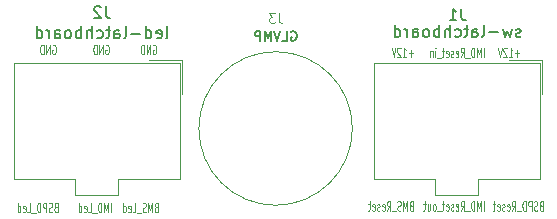
<source format=gbr>
%TF.GenerationSoftware,KiCad,Pcbnew,9.0.5*%
%TF.CreationDate,2026-02-28T09:23:41-08:00*%
%TF.ProjectId,Hi_board_bbc1,48695f62-6f61-4726-945f-626263312e6b,rev?*%
%TF.SameCoordinates,Original*%
%TF.FileFunction,Legend,Bot*%
%TF.FilePolarity,Positive*%
%FSLAX46Y46*%
G04 Gerber Fmt 4.6, Leading zero omitted, Abs format (unit mm)*
G04 Created by KiCad (PCBNEW 9.0.5) date 2026-02-28 09:23:41*
%MOMM*%
%LPD*%
G01*
G04 APERTURE LIST*
%ADD10C,0.100000*%
%ADD11C,0.150000*%
%ADD12C,0.120000*%
G04 APERTURE END LIST*
D10*
X162083496Y-111327847D02*
X162012068Y-111365942D01*
X162012068Y-111365942D02*
X161988258Y-111404038D01*
X161988258Y-111404038D02*
X161964449Y-111480228D01*
X161964449Y-111480228D02*
X161964449Y-111594514D01*
X161964449Y-111594514D02*
X161988258Y-111670704D01*
X161988258Y-111670704D02*
X162012068Y-111708800D01*
X162012068Y-111708800D02*
X162059687Y-111746895D01*
X162059687Y-111746895D02*
X162250163Y-111746895D01*
X162250163Y-111746895D02*
X162250163Y-110946895D01*
X162250163Y-110946895D02*
X162083496Y-110946895D01*
X162083496Y-110946895D02*
X162035877Y-110984990D01*
X162035877Y-110984990D02*
X162012068Y-111023085D01*
X162012068Y-111023085D02*
X161988258Y-111099276D01*
X161988258Y-111099276D02*
X161988258Y-111175466D01*
X161988258Y-111175466D02*
X162012068Y-111251657D01*
X162012068Y-111251657D02*
X162035877Y-111289752D01*
X162035877Y-111289752D02*
X162083496Y-111327847D01*
X162083496Y-111327847D02*
X162250163Y-111327847D01*
X161773972Y-111708800D02*
X161702544Y-111746895D01*
X161702544Y-111746895D02*
X161583496Y-111746895D01*
X161583496Y-111746895D02*
X161535877Y-111708800D01*
X161535877Y-111708800D02*
X161512068Y-111670704D01*
X161512068Y-111670704D02*
X161488258Y-111594514D01*
X161488258Y-111594514D02*
X161488258Y-111518323D01*
X161488258Y-111518323D02*
X161512068Y-111442133D01*
X161512068Y-111442133D02*
X161535877Y-111404038D01*
X161535877Y-111404038D02*
X161583496Y-111365942D01*
X161583496Y-111365942D02*
X161678734Y-111327847D01*
X161678734Y-111327847D02*
X161726353Y-111289752D01*
X161726353Y-111289752D02*
X161750163Y-111251657D01*
X161750163Y-111251657D02*
X161773972Y-111175466D01*
X161773972Y-111175466D02*
X161773972Y-111099276D01*
X161773972Y-111099276D02*
X161750163Y-111023085D01*
X161750163Y-111023085D02*
X161726353Y-110984990D01*
X161726353Y-110984990D02*
X161678734Y-110946895D01*
X161678734Y-110946895D02*
X161559687Y-110946895D01*
X161559687Y-110946895D02*
X161488258Y-110984990D01*
X161273973Y-111746895D02*
X161273973Y-110946895D01*
X161273973Y-110946895D02*
X161083497Y-110946895D01*
X161083497Y-110946895D02*
X161035878Y-110984990D01*
X161035878Y-110984990D02*
X161012068Y-111023085D01*
X161012068Y-111023085D02*
X160988259Y-111099276D01*
X160988259Y-111099276D02*
X160988259Y-111213561D01*
X160988259Y-111213561D02*
X161012068Y-111289752D01*
X161012068Y-111289752D02*
X161035878Y-111327847D01*
X161035878Y-111327847D02*
X161083497Y-111365942D01*
X161083497Y-111365942D02*
X161273973Y-111365942D01*
X160773973Y-111746895D02*
X160773973Y-110946895D01*
X160773973Y-110946895D02*
X160654925Y-110946895D01*
X160654925Y-110946895D02*
X160583497Y-110984990D01*
X160583497Y-110984990D02*
X160535878Y-111061180D01*
X160535878Y-111061180D02*
X160512068Y-111137371D01*
X160512068Y-111137371D02*
X160488259Y-111289752D01*
X160488259Y-111289752D02*
X160488259Y-111404038D01*
X160488259Y-111404038D02*
X160512068Y-111556419D01*
X160512068Y-111556419D02*
X160535878Y-111632609D01*
X160535878Y-111632609D02*
X160583497Y-111708800D01*
X160583497Y-111708800D02*
X160654925Y-111746895D01*
X160654925Y-111746895D02*
X160773973Y-111746895D01*
X160393021Y-111823085D02*
X160012068Y-111823085D01*
X159607307Y-111746895D02*
X159773973Y-111365942D01*
X159893021Y-111746895D02*
X159893021Y-110946895D01*
X159893021Y-110946895D02*
X159702545Y-110946895D01*
X159702545Y-110946895D02*
X159654926Y-110984990D01*
X159654926Y-110984990D02*
X159631116Y-111023085D01*
X159631116Y-111023085D02*
X159607307Y-111099276D01*
X159607307Y-111099276D02*
X159607307Y-111213561D01*
X159607307Y-111213561D02*
X159631116Y-111289752D01*
X159631116Y-111289752D02*
X159654926Y-111327847D01*
X159654926Y-111327847D02*
X159702545Y-111365942D01*
X159702545Y-111365942D02*
X159893021Y-111365942D01*
X159202545Y-111708800D02*
X159250164Y-111746895D01*
X159250164Y-111746895D02*
X159345402Y-111746895D01*
X159345402Y-111746895D02*
X159393021Y-111708800D01*
X159393021Y-111708800D02*
X159416830Y-111632609D01*
X159416830Y-111632609D02*
X159416830Y-111327847D01*
X159416830Y-111327847D02*
X159393021Y-111251657D01*
X159393021Y-111251657D02*
X159345402Y-111213561D01*
X159345402Y-111213561D02*
X159250164Y-111213561D01*
X159250164Y-111213561D02*
X159202545Y-111251657D01*
X159202545Y-111251657D02*
X159178735Y-111327847D01*
X159178735Y-111327847D02*
X159178735Y-111404038D01*
X159178735Y-111404038D02*
X159416830Y-111480228D01*
X158988259Y-111708800D02*
X158940640Y-111746895D01*
X158940640Y-111746895D02*
X158845402Y-111746895D01*
X158845402Y-111746895D02*
X158797783Y-111708800D01*
X158797783Y-111708800D02*
X158773974Y-111632609D01*
X158773974Y-111632609D02*
X158773974Y-111594514D01*
X158773974Y-111594514D02*
X158797783Y-111518323D01*
X158797783Y-111518323D02*
X158845402Y-111480228D01*
X158845402Y-111480228D02*
X158916831Y-111480228D01*
X158916831Y-111480228D02*
X158964450Y-111442133D01*
X158964450Y-111442133D02*
X158988259Y-111365942D01*
X158988259Y-111365942D02*
X158988259Y-111327847D01*
X158988259Y-111327847D02*
X158964450Y-111251657D01*
X158964450Y-111251657D02*
X158916831Y-111213561D01*
X158916831Y-111213561D02*
X158845402Y-111213561D01*
X158845402Y-111213561D02*
X158797783Y-111251657D01*
X158369212Y-111708800D02*
X158416831Y-111746895D01*
X158416831Y-111746895D02*
X158512069Y-111746895D01*
X158512069Y-111746895D02*
X158559688Y-111708800D01*
X158559688Y-111708800D02*
X158583497Y-111632609D01*
X158583497Y-111632609D02*
X158583497Y-111327847D01*
X158583497Y-111327847D02*
X158559688Y-111251657D01*
X158559688Y-111251657D02*
X158512069Y-111213561D01*
X158512069Y-111213561D02*
X158416831Y-111213561D01*
X158416831Y-111213561D02*
X158369212Y-111251657D01*
X158369212Y-111251657D02*
X158345402Y-111327847D01*
X158345402Y-111327847D02*
X158345402Y-111404038D01*
X158345402Y-111404038D02*
X158583497Y-111480228D01*
X158202545Y-111213561D02*
X158012069Y-111213561D01*
X158131117Y-110946895D02*
X158131117Y-111632609D01*
X158131117Y-111632609D02*
X158107307Y-111708800D01*
X158107307Y-111708800D02*
X158059688Y-111746895D01*
X158059688Y-111746895D02*
X158012069Y-111746895D01*
X129498496Y-111477847D02*
X129427068Y-111515942D01*
X129427068Y-111515942D02*
X129403258Y-111554038D01*
X129403258Y-111554038D02*
X129379449Y-111630228D01*
X129379449Y-111630228D02*
X129379449Y-111744514D01*
X129379449Y-111744514D02*
X129403258Y-111820704D01*
X129403258Y-111820704D02*
X129427068Y-111858800D01*
X129427068Y-111858800D02*
X129474687Y-111896895D01*
X129474687Y-111896895D02*
X129665163Y-111896895D01*
X129665163Y-111896895D02*
X129665163Y-111096895D01*
X129665163Y-111096895D02*
X129498496Y-111096895D01*
X129498496Y-111096895D02*
X129450877Y-111134990D01*
X129450877Y-111134990D02*
X129427068Y-111173085D01*
X129427068Y-111173085D02*
X129403258Y-111249276D01*
X129403258Y-111249276D02*
X129403258Y-111325466D01*
X129403258Y-111325466D02*
X129427068Y-111401657D01*
X129427068Y-111401657D02*
X129450877Y-111439752D01*
X129450877Y-111439752D02*
X129498496Y-111477847D01*
X129498496Y-111477847D02*
X129665163Y-111477847D01*
X129165163Y-111896895D02*
X129165163Y-111096895D01*
X129165163Y-111096895D02*
X128998496Y-111668323D01*
X128998496Y-111668323D02*
X128831830Y-111096895D01*
X128831830Y-111096895D02*
X128831830Y-111896895D01*
X128617543Y-111858800D02*
X128546115Y-111896895D01*
X128546115Y-111896895D02*
X128427067Y-111896895D01*
X128427067Y-111896895D02*
X128379448Y-111858800D01*
X128379448Y-111858800D02*
X128355639Y-111820704D01*
X128355639Y-111820704D02*
X128331829Y-111744514D01*
X128331829Y-111744514D02*
X128331829Y-111668323D01*
X128331829Y-111668323D02*
X128355639Y-111592133D01*
X128355639Y-111592133D02*
X128379448Y-111554038D01*
X128379448Y-111554038D02*
X128427067Y-111515942D01*
X128427067Y-111515942D02*
X128522305Y-111477847D01*
X128522305Y-111477847D02*
X128569924Y-111439752D01*
X128569924Y-111439752D02*
X128593734Y-111401657D01*
X128593734Y-111401657D02*
X128617543Y-111325466D01*
X128617543Y-111325466D02*
X128617543Y-111249276D01*
X128617543Y-111249276D02*
X128593734Y-111173085D01*
X128593734Y-111173085D02*
X128569924Y-111134990D01*
X128569924Y-111134990D02*
X128522305Y-111096895D01*
X128522305Y-111096895D02*
X128403258Y-111096895D01*
X128403258Y-111096895D02*
X128331829Y-111134990D01*
X128236592Y-111973085D02*
X127855639Y-111973085D01*
X127498497Y-111896895D02*
X127736592Y-111896895D01*
X127736592Y-111896895D02*
X127736592Y-111096895D01*
X127141354Y-111858800D02*
X127188973Y-111896895D01*
X127188973Y-111896895D02*
X127284211Y-111896895D01*
X127284211Y-111896895D02*
X127331830Y-111858800D01*
X127331830Y-111858800D02*
X127355639Y-111782609D01*
X127355639Y-111782609D02*
X127355639Y-111477847D01*
X127355639Y-111477847D02*
X127331830Y-111401657D01*
X127331830Y-111401657D02*
X127284211Y-111363561D01*
X127284211Y-111363561D02*
X127188973Y-111363561D01*
X127188973Y-111363561D02*
X127141354Y-111401657D01*
X127141354Y-111401657D02*
X127117544Y-111477847D01*
X127117544Y-111477847D02*
X127117544Y-111554038D01*
X127117544Y-111554038D02*
X127355639Y-111630228D01*
X126688973Y-111896895D02*
X126688973Y-111096895D01*
X126688973Y-111858800D02*
X126736592Y-111896895D01*
X126736592Y-111896895D02*
X126831830Y-111896895D01*
X126831830Y-111896895D02*
X126879449Y-111858800D01*
X126879449Y-111858800D02*
X126903259Y-111820704D01*
X126903259Y-111820704D02*
X126927068Y-111744514D01*
X126927068Y-111744514D02*
X126927068Y-111515942D01*
X126927068Y-111515942D02*
X126903259Y-111439752D01*
X126903259Y-111439752D02*
X126879449Y-111401657D01*
X126879449Y-111401657D02*
X126831830Y-111363561D01*
X126831830Y-111363561D02*
X126736592Y-111363561D01*
X126736592Y-111363561D02*
X126688973Y-111401657D01*
X157250163Y-98746895D02*
X157250163Y-97946895D01*
X157012068Y-98746895D02*
X157012068Y-97946895D01*
X157012068Y-97946895D02*
X156845401Y-98518323D01*
X156845401Y-98518323D02*
X156678735Y-97946895D01*
X156678735Y-97946895D02*
X156678735Y-98746895D01*
X156440639Y-98746895D02*
X156440639Y-97946895D01*
X156440639Y-97946895D02*
X156321591Y-97946895D01*
X156321591Y-97946895D02*
X156250163Y-97984990D01*
X156250163Y-97984990D02*
X156202544Y-98061180D01*
X156202544Y-98061180D02*
X156178734Y-98137371D01*
X156178734Y-98137371D02*
X156154925Y-98289752D01*
X156154925Y-98289752D02*
X156154925Y-98404038D01*
X156154925Y-98404038D02*
X156178734Y-98556419D01*
X156178734Y-98556419D02*
X156202544Y-98632609D01*
X156202544Y-98632609D02*
X156250163Y-98708800D01*
X156250163Y-98708800D02*
X156321591Y-98746895D01*
X156321591Y-98746895D02*
X156440639Y-98746895D01*
X156059687Y-98823085D02*
X155678734Y-98823085D01*
X155273973Y-98746895D02*
X155440639Y-98365942D01*
X155559687Y-98746895D02*
X155559687Y-97946895D01*
X155559687Y-97946895D02*
X155369211Y-97946895D01*
X155369211Y-97946895D02*
X155321592Y-97984990D01*
X155321592Y-97984990D02*
X155297782Y-98023085D01*
X155297782Y-98023085D02*
X155273973Y-98099276D01*
X155273973Y-98099276D02*
X155273973Y-98213561D01*
X155273973Y-98213561D02*
X155297782Y-98289752D01*
X155297782Y-98289752D02*
X155321592Y-98327847D01*
X155321592Y-98327847D02*
X155369211Y-98365942D01*
X155369211Y-98365942D02*
X155559687Y-98365942D01*
X154869211Y-98708800D02*
X154916830Y-98746895D01*
X154916830Y-98746895D02*
X155012068Y-98746895D01*
X155012068Y-98746895D02*
X155059687Y-98708800D01*
X155059687Y-98708800D02*
X155083496Y-98632609D01*
X155083496Y-98632609D02*
X155083496Y-98327847D01*
X155083496Y-98327847D02*
X155059687Y-98251657D01*
X155059687Y-98251657D02*
X155012068Y-98213561D01*
X155012068Y-98213561D02*
X154916830Y-98213561D01*
X154916830Y-98213561D02*
X154869211Y-98251657D01*
X154869211Y-98251657D02*
X154845401Y-98327847D01*
X154845401Y-98327847D02*
X154845401Y-98404038D01*
X154845401Y-98404038D02*
X155083496Y-98480228D01*
X154654925Y-98708800D02*
X154607306Y-98746895D01*
X154607306Y-98746895D02*
X154512068Y-98746895D01*
X154512068Y-98746895D02*
X154464449Y-98708800D01*
X154464449Y-98708800D02*
X154440640Y-98632609D01*
X154440640Y-98632609D02*
X154440640Y-98594514D01*
X154440640Y-98594514D02*
X154464449Y-98518323D01*
X154464449Y-98518323D02*
X154512068Y-98480228D01*
X154512068Y-98480228D02*
X154583497Y-98480228D01*
X154583497Y-98480228D02*
X154631116Y-98442133D01*
X154631116Y-98442133D02*
X154654925Y-98365942D01*
X154654925Y-98365942D02*
X154654925Y-98327847D01*
X154654925Y-98327847D02*
X154631116Y-98251657D01*
X154631116Y-98251657D02*
X154583497Y-98213561D01*
X154583497Y-98213561D02*
X154512068Y-98213561D01*
X154512068Y-98213561D02*
X154464449Y-98251657D01*
X154035878Y-98708800D02*
X154083497Y-98746895D01*
X154083497Y-98746895D02*
X154178735Y-98746895D01*
X154178735Y-98746895D02*
X154226354Y-98708800D01*
X154226354Y-98708800D02*
X154250163Y-98632609D01*
X154250163Y-98632609D02*
X154250163Y-98327847D01*
X154250163Y-98327847D02*
X154226354Y-98251657D01*
X154226354Y-98251657D02*
X154178735Y-98213561D01*
X154178735Y-98213561D02*
X154083497Y-98213561D01*
X154083497Y-98213561D02*
X154035878Y-98251657D01*
X154035878Y-98251657D02*
X154012068Y-98327847D01*
X154012068Y-98327847D02*
X154012068Y-98404038D01*
X154012068Y-98404038D02*
X154250163Y-98480228D01*
X153869211Y-98213561D02*
X153678735Y-98213561D01*
X153797783Y-97946895D02*
X153797783Y-98632609D01*
X153797783Y-98632609D02*
X153773973Y-98708800D01*
X153773973Y-98708800D02*
X153726354Y-98746895D01*
X153726354Y-98746895D02*
X153678735Y-98746895D01*
X153631117Y-98823085D02*
X153250164Y-98823085D01*
X153131117Y-98746895D02*
X153131117Y-98213561D01*
X153131117Y-97946895D02*
X153154926Y-97984990D01*
X153154926Y-97984990D02*
X153131117Y-98023085D01*
X153131117Y-98023085D02*
X153107307Y-97984990D01*
X153107307Y-97984990D02*
X153131117Y-97946895D01*
X153131117Y-97946895D02*
X153131117Y-98023085D01*
X152893022Y-98213561D02*
X152893022Y-98746895D01*
X152893022Y-98289752D02*
X152869212Y-98251657D01*
X152869212Y-98251657D02*
X152821593Y-98213561D01*
X152821593Y-98213561D02*
X152750165Y-98213561D01*
X152750165Y-98213561D02*
X152702546Y-98251657D01*
X152702546Y-98251657D02*
X152678736Y-98327847D01*
X152678736Y-98327847D02*
X152678736Y-98746895D01*
X157250163Y-111746895D02*
X157250163Y-110946895D01*
X157012068Y-111746895D02*
X157012068Y-110946895D01*
X157012068Y-110946895D02*
X156845401Y-111518323D01*
X156845401Y-111518323D02*
X156678735Y-110946895D01*
X156678735Y-110946895D02*
X156678735Y-111746895D01*
X156440639Y-111746895D02*
X156440639Y-110946895D01*
X156440639Y-110946895D02*
X156321591Y-110946895D01*
X156321591Y-110946895D02*
X156250163Y-110984990D01*
X156250163Y-110984990D02*
X156202544Y-111061180D01*
X156202544Y-111061180D02*
X156178734Y-111137371D01*
X156178734Y-111137371D02*
X156154925Y-111289752D01*
X156154925Y-111289752D02*
X156154925Y-111404038D01*
X156154925Y-111404038D02*
X156178734Y-111556419D01*
X156178734Y-111556419D02*
X156202544Y-111632609D01*
X156202544Y-111632609D02*
X156250163Y-111708800D01*
X156250163Y-111708800D02*
X156321591Y-111746895D01*
X156321591Y-111746895D02*
X156440639Y-111746895D01*
X156059687Y-111823085D02*
X155678734Y-111823085D01*
X155273973Y-111746895D02*
X155440639Y-111365942D01*
X155559687Y-111746895D02*
X155559687Y-110946895D01*
X155559687Y-110946895D02*
X155369211Y-110946895D01*
X155369211Y-110946895D02*
X155321592Y-110984990D01*
X155321592Y-110984990D02*
X155297782Y-111023085D01*
X155297782Y-111023085D02*
X155273973Y-111099276D01*
X155273973Y-111099276D02*
X155273973Y-111213561D01*
X155273973Y-111213561D02*
X155297782Y-111289752D01*
X155297782Y-111289752D02*
X155321592Y-111327847D01*
X155321592Y-111327847D02*
X155369211Y-111365942D01*
X155369211Y-111365942D02*
X155559687Y-111365942D01*
X154869211Y-111708800D02*
X154916830Y-111746895D01*
X154916830Y-111746895D02*
X155012068Y-111746895D01*
X155012068Y-111746895D02*
X155059687Y-111708800D01*
X155059687Y-111708800D02*
X155083496Y-111632609D01*
X155083496Y-111632609D02*
X155083496Y-111327847D01*
X155083496Y-111327847D02*
X155059687Y-111251657D01*
X155059687Y-111251657D02*
X155012068Y-111213561D01*
X155012068Y-111213561D02*
X154916830Y-111213561D01*
X154916830Y-111213561D02*
X154869211Y-111251657D01*
X154869211Y-111251657D02*
X154845401Y-111327847D01*
X154845401Y-111327847D02*
X154845401Y-111404038D01*
X154845401Y-111404038D02*
X155083496Y-111480228D01*
X154654925Y-111708800D02*
X154607306Y-111746895D01*
X154607306Y-111746895D02*
X154512068Y-111746895D01*
X154512068Y-111746895D02*
X154464449Y-111708800D01*
X154464449Y-111708800D02*
X154440640Y-111632609D01*
X154440640Y-111632609D02*
X154440640Y-111594514D01*
X154440640Y-111594514D02*
X154464449Y-111518323D01*
X154464449Y-111518323D02*
X154512068Y-111480228D01*
X154512068Y-111480228D02*
X154583497Y-111480228D01*
X154583497Y-111480228D02*
X154631116Y-111442133D01*
X154631116Y-111442133D02*
X154654925Y-111365942D01*
X154654925Y-111365942D02*
X154654925Y-111327847D01*
X154654925Y-111327847D02*
X154631116Y-111251657D01*
X154631116Y-111251657D02*
X154583497Y-111213561D01*
X154583497Y-111213561D02*
X154512068Y-111213561D01*
X154512068Y-111213561D02*
X154464449Y-111251657D01*
X154035878Y-111708800D02*
X154083497Y-111746895D01*
X154083497Y-111746895D02*
X154178735Y-111746895D01*
X154178735Y-111746895D02*
X154226354Y-111708800D01*
X154226354Y-111708800D02*
X154250163Y-111632609D01*
X154250163Y-111632609D02*
X154250163Y-111327847D01*
X154250163Y-111327847D02*
X154226354Y-111251657D01*
X154226354Y-111251657D02*
X154178735Y-111213561D01*
X154178735Y-111213561D02*
X154083497Y-111213561D01*
X154083497Y-111213561D02*
X154035878Y-111251657D01*
X154035878Y-111251657D02*
X154012068Y-111327847D01*
X154012068Y-111327847D02*
X154012068Y-111404038D01*
X154012068Y-111404038D02*
X154250163Y-111480228D01*
X153869211Y-111213561D02*
X153678735Y-111213561D01*
X153797783Y-110946895D02*
X153797783Y-111632609D01*
X153797783Y-111632609D02*
X153773973Y-111708800D01*
X153773973Y-111708800D02*
X153726354Y-111746895D01*
X153726354Y-111746895D02*
X153678735Y-111746895D01*
X153631117Y-111823085D02*
X153250164Y-111823085D01*
X153059688Y-111746895D02*
X153107307Y-111708800D01*
X153107307Y-111708800D02*
X153131117Y-111670704D01*
X153131117Y-111670704D02*
X153154926Y-111594514D01*
X153154926Y-111594514D02*
X153154926Y-111365942D01*
X153154926Y-111365942D02*
X153131117Y-111289752D01*
X153131117Y-111289752D02*
X153107307Y-111251657D01*
X153107307Y-111251657D02*
X153059688Y-111213561D01*
X153059688Y-111213561D02*
X152988260Y-111213561D01*
X152988260Y-111213561D02*
X152940641Y-111251657D01*
X152940641Y-111251657D02*
X152916831Y-111289752D01*
X152916831Y-111289752D02*
X152893022Y-111365942D01*
X152893022Y-111365942D02*
X152893022Y-111594514D01*
X152893022Y-111594514D02*
X152916831Y-111670704D01*
X152916831Y-111670704D02*
X152940641Y-111708800D01*
X152940641Y-111708800D02*
X152988260Y-111746895D01*
X152988260Y-111746895D02*
X153059688Y-111746895D01*
X152464450Y-111213561D02*
X152464450Y-111746895D01*
X152678736Y-111213561D02*
X152678736Y-111632609D01*
X152678736Y-111632609D02*
X152654926Y-111708800D01*
X152654926Y-111708800D02*
X152607307Y-111746895D01*
X152607307Y-111746895D02*
X152535879Y-111746895D01*
X152535879Y-111746895D02*
X152488260Y-111708800D01*
X152488260Y-111708800D02*
X152464450Y-111670704D01*
X152297783Y-111213561D02*
X152107307Y-111213561D01*
X152226355Y-110946895D02*
X152226355Y-111632609D01*
X152226355Y-111632609D02*
X152202545Y-111708800D01*
X152202545Y-111708800D02*
X152154926Y-111746895D01*
X152154926Y-111746895D02*
X152107307Y-111746895D01*
X151083496Y-111327847D02*
X151012068Y-111365942D01*
X151012068Y-111365942D02*
X150988258Y-111404038D01*
X150988258Y-111404038D02*
X150964449Y-111480228D01*
X150964449Y-111480228D02*
X150964449Y-111594514D01*
X150964449Y-111594514D02*
X150988258Y-111670704D01*
X150988258Y-111670704D02*
X151012068Y-111708800D01*
X151012068Y-111708800D02*
X151059687Y-111746895D01*
X151059687Y-111746895D02*
X151250163Y-111746895D01*
X151250163Y-111746895D02*
X151250163Y-110946895D01*
X151250163Y-110946895D02*
X151083496Y-110946895D01*
X151083496Y-110946895D02*
X151035877Y-110984990D01*
X151035877Y-110984990D02*
X151012068Y-111023085D01*
X151012068Y-111023085D02*
X150988258Y-111099276D01*
X150988258Y-111099276D02*
X150988258Y-111175466D01*
X150988258Y-111175466D02*
X151012068Y-111251657D01*
X151012068Y-111251657D02*
X151035877Y-111289752D01*
X151035877Y-111289752D02*
X151083496Y-111327847D01*
X151083496Y-111327847D02*
X151250163Y-111327847D01*
X150750163Y-111746895D02*
X150750163Y-110946895D01*
X150750163Y-110946895D02*
X150583496Y-111518323D01*
X150583496Y-111518323D02*
X150416830Y-110946895D01*
X150416830Y-110946895D02*
X150416830Y-111746895D01*
X150202543Y-111708800D02*
X150131115Y-111746895D01*
X150131115Y-111746895D02*
X150012067Y-111746895D01*
X150012067Y-111746895D02*
X149964448Y-111708800D01*
X149964448Y-111708800D02*
X149940639Y-111670704D01*
X149940639Y-111670704D02*
X149916829Y-111594514D01*
X149916829Y-111594514D02*
X149916829Y-111518323D01*
X149916829Y-111518323D02*
X149940639Y-111442133D01*
X149940639Y-111442133D02*
X149964448Y-111404038D01*
X149964448Y-111404038D02*
X150012067Y-111365942D01*
X150012067Y-111365942D02*
X150107305Y-111327847D01*
X150107305Y-111327847D02*
X150154924Y-111289752D01*
X150154924Y-111289752D02*
X150178734Y-111251657D01*
X150178734Y-111251657D02*
X150202543Y-111175466D01*
X150202543Y-111175466D02*
X150202543Y-111099276D01*
X150202543Y-111099276D02*
X150178734Y-111023085D01*
X150178734Y-111023085D02*
X150154924Y-110984990D01*
X150154924Y-110984990D02*
X150107305Y-110946895D01*
X150107305Y-110946895D02*
X149988258Y-110946895D01*
X149988258Y-110946895D02*
X149916829Y-110984990D01*
X149821592Y-111823085D02*
X149440639Y-111823085D01*
X149035878Y-111746895D02*
X149202544Y-111365942D01*
X149321592Y-111746895D02*
X149321592Y-110946895D01*
X149321592Y-110946895D02*
X149131116Y-110946895D01*
X149131116Y-110946895D02*
X149083497Y-110984990D01*
X149083497Y-110984990D02*
X149059687Y-111023085D01*
X149059687Y-111023085D02*
X149035878Y-111099276D01*
X149035878Y-111099276D02*
X149035878Y-111213561D01*
X149035878Y-111213561D02*
X149059687Y-111289752D01*
X149059687Y-111289752D02*
X149083497Y-111327847D01*
X149083497Y-111327847D02*
X149131116Y-111365942D01*
X149131116Y-111365942D02*
X149321592Y-111365942D01*
X148631116Y-111708800D02*
X148678735Y-111746895D01*
X148678735Y-111746895D02*
X148773973Y-111746895D01*
X148773973Y-111746895D02*
X148821592Y-111708800D01*
X148821592Y-111708800D02*
X148845401Y-111632609D01*
X148845401Y-111632609D02*
X148845401Y-111327847D01*
X148845401Y-111327847D02*
X148821592Y-111251657D01*
X148821592Y-111251657D02*
X148773973Y-111213561D01*
X148773973Y-111213561D02*
X148678735Y-111213561D01*
X148678735Y-111213561D02*
X148631116Y-111251657D01*
X148631116Y-111251657D02*
X148607306Y-111327847D01*
X148607306Y-111327847D02*
X148607306Y-111404038D01*
X148607306Y-111404038D02*
X148845401Y-111480228D01*
X148416830Y-111708800D02*
X148369211Y-111746895D01*
X148369211Y-111746895D02*
X148273973Y-111746895D01*
X148273973Y-111746895D02*
X148226354Y-111708800D01*
X148226354Y-111708800D02*
X148202545Y-111632609D01*
X148202545Y-111632609D02*
X148202545Y-111594514D01*
X148202545Y-111594514D02*
X148226354Y-111518323D01*
X148226354Y-111518323D02*
X148273973Y-111480228D01*
X148273973Y-111480228D02*
X148345402Y-111480228D01*
X148345402Y-111480228D02*
X148393021Y-111442133D01*
X148393021Y-111442133D02*
X148416830Y-111365942D01*
X148416830Y-111365942D02*
X148416830Y-111327847D01*
X148416830Y-111327847D02*
X148393021Y-111251657D01*
X148393021Y-111251657D02*
X148345402Y-111213561D01*
X148345402Y-111213561D02*
X148273973Y-111213561D01*
X148273973Y-111213561D02*
X148226354Y-111251657D01*
X147797783Y-111708800D02*
X147845402Y-111746895D01*
X147845402Y-111746895D02*
X147940640Y-111746895D01*
X147940640Y-111746895D02*
X147988259Y-111708800D01*
X147988259Y-111708800D02*
X148012068Y-111632609D01*
X148012068Y-111632609D02*
X148012068Y-111327847D01*
X148012068Y-111327847D02*
X147988259Y-111251657D01*
X147988259Y-111251657D02*
X147940640Y-111213561D01*
X147940640Y-111213561D02*
X147845402Y-111213561D01*
X147845402Y-111213561D02*
X147797783Y-111251657D01*
X147797783Y-111251657D02*
X147773973Y-111327847D01*
X147773973Y-111327847D02*
X147773973Y-111404038D01*
X147773973Y-111404038D02*
X148012068Y-111480228D01*
X147631116Y-111213561D02*
X147440640Y-111213561D01*
X147559688Y-110946895D02*
X147559688Y-111632609D01*
X147559688Y-111632609D02*
X147535878Y-111708800D01*
X147535878Y-111708800D02*
X147488259Y-111746895D01*
X147488259Y-111746895D02*
X147440640Y-111746895D01*
X120998496Y-111477847D02*
X120927068Y-111515942D01*
X120927068Y-111515942D02*
X120903258Y-111554038D01*
X120903258Y-111554038D02*
X120879449Y-111630228D01*
X120879449Y-111630228D02*
X120879449Y-111744514D01*
X120879449Y-111744514D02*
X120903258Y-111820704D01*
X120903258Y-111820704D02*
X120927068Y-111858800D01*
X120927068Y-111858800D02*
X120974687Y-111896895D01*
X120974687Y-111896895D02*
X121165163Y-111896895D01*
X121165163Y-111896895D02*
X121165163Y-111096895D01*
X121165163Y-111096895D02*
X120998496Y-111096895D01*
X120998496Y-111096895D02*
X120950877Y-111134990D01*
X120950877Y-111134990D02*
X120927068Y-111173085D01*
X120927068Y-111173085D02*
X120903258Y-111249276D01*
X120903258Y-111249276D02*
X120903258Y-111325466D01*
X120903258Y-111325466D02*
X120927068Y-111401657D01*
X120927068Y-111401657D02*
X120950877Y-111439752D01*
X120950877Y-111439752D02*
X120998496Y-111477847D01*
X120998496Y-111477847D02*
X121165163Y-111477847D01*
X120688972Y-111858800D02*
X120617544Y-111896895D01*
X120617544Y-111896895D02*
X120498496Y-111896895D01*
X120498496Y-111896895D02*
X120450877Y-111858800D01*
X120450877Y-111858800D02*
X120427068Y-111820704D01*
X120427068Y-111820704D02*
X120403258Y-111744514D01*
X120403258Y-111744514D02*
X120403258Y-111668323D01*
X120403258Y-111668323D02*
X120427068Y-111592133D01*
X120427068Y-111592133D02*
X120450877Y-111554038D01*
X120450877Y-111554038D02*
X120498496Y-111515942D01*
X120498496Y-111515942D02*
X120593734Y-111477847D01*
X120593734Y-111477847D02*
X120641353Y-111439752D01*
X120641353Y-111439752D02*
X120665163Y-111401657D01*
X120665163Y-111401657D02*
X120688972Y-111325466D01*
X120688972Y-111325466D02*
X120688972Y-111249276D01*
X120688972Y-111249276D02*
X120665163Y-111173085D01*
X120665163Y-111173085D02*
X120641353Y-111134990D01*
X120641353Y-111134990D02*
X120593734Y-111096895D01*
X120593734Y-111096895D02*
X120474687Y-111096895D01*
X120474687Y-111096895D02*
X120403258Y-111134990D01*
X120188973Y-111896895D02*
X120188973Y-111096895D01*
X120188973Y-111096895D02*
X119998497Y-111096895D01*
X119998497Y-111096895D02*
X119950878Y-111134990D01*
X119950878Y-111134990D02*
X119927068Y-111173085D01*
X119927068Y-111173085D02*
X119903259Y-111249276D01*
X119903259Y-111249276D02*
X119903259Y-111363561D01*
X119903259Y-111363561D02*
X119927068Y-111439752D01*
X119927068Y-111439752D02*
X119950878Y-111477847D01*
X119950878Y-111477847D02*
X119998497Y-111515942D01*
X119998497Y-111515942D02*
X120188973Y-111515942D01*
X119688973Y-111896895D02*
X119688973Y-111096895D01*
X119688973Y-111096895D02*
X119569925Y-111096895D01*
X119569925Y-111096895D02*
X119498497Y-111134990D01*
X119498497Y-111134990D02*
X119450878Y-111211180D01*
X119450878Y-111211180D02*
X119427068Y-111287371D01*
X119427068Y-111287371D02*
X119403259Y-111439752D01*
X119403259Y-111439752D02*
X119403259Y-111554038D01*
X119403259Y-111554038D02*
X119427068Y-111706419D01*
X119427068Y-111706419D02*
X119450878Y-111782609D01*
X119450878Y-111782609D02*
X119498497Y-111858800D01*
X119498497Y-111858800D02*
X119569925Y-111896895D01*
X119569925Y-111896895D02*
X119688973Y-111896895D01*
X119308021Y-111973085D02*
X118927068Y-111973085D01*
X118569926Y-111896895D02*
X118808021Y-111896895D01*
X118808021Y-111896895D02*
X118808021Y-111096895D01*
X118212783Y-111858800D02*
X118260402Y-111896895D01*
X118260402Y-111896895D02*
X118355640Y-111896895D01*
X118355640Y-111896895D02*
X118403259Y-111858800D01*
X118403259Y-111858800D02*
X118427068Y-111782609D01*
X118427068Y-111782609D02*
X118427068Y-111477847D01*
X118427068Y-111477847D02*
X118403259Y-111401657D01*
X118403259Y-111401657D02*
X118355640Y-111363561D01*
X118355640Y-111363561D02*
X118260402Y-111363561D01*
X118260402Y-111363561D02*
X118212783Y-111401657D01*
X118212783Y-111401657D02*
X118188973Y-111477847D01*
X118188973Y-111477847D02*
X118188973Y-111554038D01*
X118188973Y-111554038D02*
X118427068Y-111630228D01*
X117760402Y-111896895D02*
X117760402Y-111096895D01*
X117760402Y-111858800D02*
X117808021Y-111896895D01*
X117808021Y-111896895D02*
X117903259Y-111896895D01*
X117903259Y-111896895D02*
X117950878Y-111858800D01*
X117950878Y-111858800D02*
X117974688Y-111820704D01*
X117974688Y-111820704D02*
X117998497Y-111744514D01*
X117998497Y-111744514D02*
X117998497Y-111515942D01*
X117998497Y-111515942D02*
X117974688Y-111439752D01*
X117974688Y-111439752D02*
X117950878Y-111401657D01*
X117950878Y-111401657D02*
X117903259Y-111363561D01*
X117903259Y-111363561D02*
X117808021Y-111363561D01*
X117808021Y-111363561D02*
X117760402Y-111401657D01*
X160250163Y-98442133D02*
X159869211Y-98442133D01*
X160059687Y-98746895D02*
X160059687Y-98137371D01*
X159369210Y-98746895D02*
X159654924Y-98746895D01*
X159512067Y-98746895D02*
X159512067Y-97946895D01*
X159512067Y-97946895D02*
X159559686Y-98061180D01*
X159559686Y-98061180D02*
X159607305Y-98137371D01*
X159607305Y-98137371D02*
X159654924Y-98175466D01*
X159178734Y-98023085D02*
X159154925Y-97984990D01*
X159154925Y-97984990D02*
X159107306Y-97946895D01*
X159107306Y-97946895D02*
X158988258Y-97946895D01*
X158988258Y-97946895D02*
X158940639Y-97984990D01*
X158940639Y-97984990D02*
X158916830Y-98023085D01*
X158916830Y-98023085D02*
X158893020Y-98099276D01*
X158893020Y-98099276D02*
X158893020Y-98175466D01*
X158893020Y-98175466D02*
X158916830Y-98289752D01*
X158916830Y-98289752D02*
X159202544Y-98746895D01*
X159202544Y-98746895D02*
X158893020Y-98746895D01*
X158750163Y-97946895D02*
X158583497Y-98746895D01*
X158583497Y-98746895D02*
X158416830Y-97946895D01*
X129213258Y-97734990D02*
X129260877Y-97696895D01*
X129260877Y-97696895D02*
X129332306Y-97696895D01*
X129332306Y-97696895D02*
X129403734Y-97734990D01*
X129403734Y-97734990D02*
X129451353Y-97811180D01*
X129451353Y-97811180D02*
X129475163Y-97887371D01*
X129475163Y-97887371D02*
X129498972Y-98039752D01*
X129498972Y-98039752D02*
X129498972Y-98154038D01*
X129498972Y-98154038D02*
X129475163Y-98306419D01*
X129475163Y-98306419D02*
X129451353Y-98382609D01*
X129451353Y-98382609D02*
X129403734Y-98458800D01*
X129403734Y-98458800D02*
X129332306Y-98496895D01*
X129332306Y-98496895D02*
X129284687Y-98496895D01*
X129284687Y-98496895D02*
X129213258Y-98458800D01*
X129213258Y-98458800D02*
X129189449Y-98420704D01*
X129189449Y-98420704D02*
X129189449Y-98154038D01*
X129189449Y-98154038D02*
X129284687Y-98154038D01*
X128975163Y-98496895D02*
X128975163Y-97696895D01*
X128975163Y-97696895D02*
X128689449Y-98496895D01*
X128689449Y-98496895D02*
X128689449Y-97696895D01*
X128451353Y-98496895D02*
X128451353Y-97696895D01*
X128451353Y-97696895D02*
X128332305Y-97696895D01*
X128332305Y-97696895D02*
X128260877Y-97734990D01*
X128260877Y-97734990D02*
X128213258Y-97811180D01*
X128213258Y-97811180D02*
X128189448Y-97887371D01*
X128189448Y-97887371D02*
X128165639Y-98039752D01*
X128165639Y-98039752D02*
X128165639Y-98154038D01*
X128165639Y-98154038D02*
X128189448Y-98306419D01*
X128189448Y-98306419D02*
X128213258Y-98382609D01*
X128213258Y-98382609D02*
X128260877Y-98458800D01*
X128260877Y-98458800D02*
X128332305Y-98496895D01*
X128332305Y-98496895D02*
X128451353Y-98496895D01*
X120713258Y-97734990D02*
X120760877Y-97696895D01*
X120760877Y-97696895D02*
X120832306Y-97696895D01*
X120832306Y-97696895D02*
X120903734Y-97734990D01*
X120903734Y-97734990D02*
X120951353Y-97811180D01*
X120951353Y-97811180D02*
X120975163Y-97887371D01*
X120975163Y-97887371D02*
X120998972Y-98039752D01*
X120998972Y-98039752D02*
X120998972Y-98154038D01*
X120998972Y-98154038D02*
X120975163Y-98306419D01*
X120975163Y-98306419D02*
X120951353Y-98382609D01*
X120951353Y-98382609D02*
X120903734Y-98458800D01*
X120903734Y-98458800D02*
X120832306Y-98496895D01*
X120832306Y-98496895D02*
X120784687Y-98496895D01*
X120784687Y-98496895D02*
X120713258Y-98458800D01*
X120713258Y-98458800D02*
X120689449Y-98420704D01*
X120689449Y-98420704D02*
X120689449Y-98154038D01*
X120689449Y-98154038D02*
X120784687Y-98154038D01*
X120475163Y-98496895D02*
X120475163Y-97696895D01*
X120475163Y-97696895D02*
X120189449Y-98496895D01*
X120189449Y-98496895D02*
X120189449Y-97696895D01*
X119951353Y-98496895D02*
X119951353Y-97696895D01*
X119951353Y-97696895D02*
X119832305Y-97696895D01*
X119832305Y-97696895D02*
X119760877Y-97734990D01*
X119760877Y-97734990D02*
X119713258Y-97811180D01*
X119713258Y-97811180D02*
X119689448Y-97887371D01*
X119689448Y-97887371D02*
X119665639Y-98039752D01*
X119665639Y-98039752D02*
X119665639Y-98154038D01*
X119665639Y-98154038D02*
X119689448Y-98306419D01*
X119689448Y-98306419D02*
X119713258Y-98382609D01*
X119713258Y-98382609D02*
X119760877Y-98458800D01*
X119760877Y-98458800D02*
X119832305Y-98496895D01*
X119832305Y-98496895D02*
X119951353Y-98496895D01*
X125665163Y-111896895D02*
X125665163Y-111096895D01*
X125427068Y-111896895D02*
X125427068Y-111096895D01*
X125427068Y-111096895D02*
X125260401Y-111668323D01*
X125260401Y-111668323D02*
X125093735Y-111096895D01*
X125093735Y-111096895D02*
X125093735Y-111896895D01*
X124855639Y-111896895D02*
X124855639Y-111096895D01*
X124855639Y-111096895D02*
X124736591Y-111096895D01*
X124736591Y-111096895D02*
X124665163Y-111134990D01*
X124665163Y-111134990D02*
X124617544Y-111211180D01*
X124617544Y-111211180D02*
X124593734Y-111287371D01*
X124593734Y-111287371D02*
X124569925Y-111439752D01*
X124569925Y-111439752D02*
X124569925Y-111554038D01*
X124569925Y-111554038D02*
X124593734Y-111706419D01*
X124593734Y-111706419D02*
X124617544Y-111782609D01*
X124617544Y-111782609D02*
X124665163Y-111858800D01*
X124665163Y-111858800D02*
X124736591Y-111896895D01*
X124736591Y-111896895D02*
X124855639Y-111896895D01*
X124474687Y-111973085D02*
X124093734Y-111973085D01*
X123736592Y-111896895D02*
X123974687Y-111896895D01*
X123974687Y-111896895D02*
X123974687Y-111096895D01*
X123379449Y-111858800D02*
X123427068Y-111896895D01*
X123427068Y-111896895D02*
X123522306Y-111896895D01*
X123522306Y-111896895D02*
X123569925Y-111858800D01*
X123569925Y-111858800D02*
X123593734Y-111782609D01*
X123593734Y-111782609D02*
X123593734Y-111477847D01*
X123593734Y-111477847D02*
X123569925Y-111401657D01*
X123569925Y-111401657D02*
X123522306Y-111363561D01*
X123522306Y-111363561D02*
X123427068Y-111363561D01*
X123427068Y-111363561D02*
X123379449Y-111401657D01*
X123379449Y-111401657D02*
X123355639Y-111477847D01*
X123355639Y-111477847D02*
X123355639Y-111554038D01*
X123355639Y-111554038D02*
X123593734Y-111630228D01*
X122927068Y-111896895D02*
X122927068Y-111096895D01*
X122927068Y-111858800D02*
X122974687Y-111896895D01*
X122974687Y-111896895D02*
X123069925Y-111896895D01*
X123069925Y-111896895D02*
X123117544Y-111858800D01*
X123117544Y-111858800D02*
X123141354Y-111820704D01*
X123141354Y-111820704D02*
X123165163Y-111744514D01*
X123165163Y-111744514D02*
X123165163Y-111515942D01*
X123165163Y-111515942D02*
X123141354Y-111439752D01*
X123141354Y-111439752D02*
X123117544Y-111401657D01*
X123117544Y-111401657D02*
X123069925Y-111363561D01*
X123069925Y-111363561D02*
X122974687Y-111363561D01*
X122974687Y-111363561D02*
X122927068Y-111401657D01*
X125213258Y-97734990D02*
X125260877Y-97696895D01*
X125260877Y-97696895D02*
X125332306Y-97696895D01*
X125332306Y-97696895D02*
X125403734Y-97734990D01*
X125403734Y-97734990D02*
X125451353Y-97811180D01*
X125451353Y-97811180D02*
X125475163Y-97887371D01*
X125475163Y-97887371D02*
X125498972Y-98039752D01*
X125498972Y-98039752D02*
X125498972Y-98154038D01*
X125498972Y-98154038D02*
X125475163Y-98306419D01*
X125475163Y-98306419D02*
X125451353Y-98382609D01*
X125451353Y-98382609D02*
X125403734Y-98458800D01*
X125403734Y-98458800D02*
X125332306Y-98496895D01*
X125332306Y-98496895D02*
X125284687Y-98496895D01*
X125284687Y-98496895D02*
X125213258Y-98458800D01*
X125213258Y-98458800D02*
X125189449Y-98420704D01*
X125189449Y-98420704D02*
X125189449Y-98154038D01*
X125189449Y-98154038D02*
X125284687Y-98154038D01*
X124975163Y-98496895D02*
X124975163Y-97696895D01*
X124975163Y-97696895D02*
X124689449Y-98496895D01*
X124689449Y-98496895D02*
X124689449Y-97696895D01*
X124451353Y-98496895D02*
X124451353Y-97696895D01*
X124451353Y-97696895D02*
X124332305Y-97696895D01*
X124332305Y-97696895D02*
X124260877Y-97734990D01*
X124260877Y-97734990D02*
X124213258Y-97811180D01*
X124213258Y-97811180D02*
X124189448Y-97887371D01*
X124189448Y-97887371D02*
X124165639Y-98039752D01*
X124165639Y-98039752D02*
X124165639Y-98154038D01*
X124165639Y-98154038D02*
X124189448Y-98306419D01*
X124189448Y-98306419D02*
X124213258Y-98382609D01*
X124213258Y-98382609D02*
X124260877Y-98458800D01*
X124260877Y-98458800D02*
X124332305Y-98496895D01*
X124332305Y-98496895D02*
X124451353Y-98496895D01*
X151250163Y-98442133D02*
X150869211Y-98442133D01*
X151059687Y-98746895D02*
X151059687Y-98137371D01*
X150369210Y-98746895D02*
X150654924Y-98746895D01*
X150512067Y-98746895D02*
X150512067Y-97946895D01*
X150512067Y-97946895D02*
X150559686Y-98061180D01*
X150559686Y-98061180D02*
X150607305Y-98137371D01*
X150607305Y-98137371D02*
X150654924Y-98175466D01*
X150178734Y-98023085D02*
X150154925Y-97984990D01*
X150154925Y-97984990D02*
X150107306Y-97946895D01*
X150107306Y-97946895D02*
X149988258Y-97946895D01*
X149988258Y-97946895D02*
X149940639Y-97984990D01*
X149940639Y-97984990D02*
X149916830Y-98023085D01*
X149916830Y-98023085D02*
X149893020Y-98099276D01*
X149893020Y-98099276D02*
X149893020Y-98175466D01*
X149893020Y-98175466D02*
X149916830Y-98289752D01*
X149916830Y-98289752D02*
X150202544Y-98746895D01*
X150202544Y-98746895D02*
X149893020Y-98746895D01*
X149750163Y-97946895D02*
X149583497Y-98746895D01*
X149583497Y-98746895D02*
X149416830Y-97946895D01*
X139866666Y-95064895D02*
X139866666Y-95636323D01*
X139866666Y-95636323D02*
X139904761Y-95750609D01*
X139904761Y-95750609D02*
X139980952Y-95826800D01*
X139980952Y-95826800D02*
X140095237Y-95864895D01*
X140095237Y-95864895D02*
X140171428Y-95864895D01*
X139561904Y-95064895D02*
X139066666Y-95064895D01*
X139066666Y-95064895D02*
X139333332Y-95369657D01*
X139333332Y-95369657D02*
X139219047Y-95369657D01*
X139219047Y-95369657D02*
X139142856Y-95407752D01*
X139142856Y-95407752D02*
X139104761Y-95445847D01*
X139104761Y-95445847D02*
X139066666Y-95522038D01*
X139066666Y-95522038D02*
X139066666Y-95712514D01*
X139066666Y-95712514D02*
X139104761Y-95788704D01*
X139104761Y-95788704D02*
X139142856Y-95826800D01*
X139142856Y-95826800D02*
X139219047Y-95864895D01*
X139219047Y-95864895D02*
X139447618Y-95864895D01*
X139447618Y-95864895D02*
X139523809Y-95826800D01*
X139523809Y-95826800D02*
X139561904Y-95788704D01*
D11*
X140914285Y-96600390D02*
X140990475Y-96562295D01*
X140990475Y-96562295D02*
X141104761Y-96562295D01*
X141104761Y-96562295D02*
X141219047Y-96600390D01*
X141219047Y-96600390D02*
X141295237Y-96676580D01*
X141295237Y-96676580D02*
X141333332Y-96752771D01*
X141333332Y-96752771D02*
X141371428Y-96905152D01*
X141371428Y-96905152D02*
X141371428Y-97019438D01*
X141371428Y-97019438D02*
X141333332Y-97171819D01*
X141333332Y-97171819D02*
X141295237Y-97248009D01*
X141295237Y-97248009D02*
X141219047Y-97324200D01*
X141219047Y-97324200D02*
X141104761Y-97362295D01*
X141104761Y-97362295D02*
X141028570Y-97362295D01*
X141028570Y-97362295D02*
X140914285Y-97324200D01*
X140914285Y-97324200D02*
X140876189Y-97286104D01*
X140876189Y-97286104D02*
X140876189Y-97019438D01*
X140876189Y-97019438D02*
X141028570Y-97019438D01*
X140152380Y-97362295D02*
X140533332Y-97362295D01*
X140533332Y-97362295D02*
X140533332Y-96562295D01*
X139999999Y-96562295D02*
X139733332Y-97362295D01*
X139733332Y-97362295D02*
X139466666Y-96562295D01*
X139199999Y-97362295D02*
X139199999Y-96562295D01*
X139199999Y-96562295D02*
X138933333Y-97133723D01*
X138933333Y-97133723D02*
X138666666Y-96562295D01*
X138666666Y-96562295D02*
X138666666Y-97362295D01*
X138285713Y-97362295D02*
X138285713Y-96562295D01*
X138285713Y-96562295D02*
X137980951Y-96562295D01*
X137980951Y-96562295D02*
X137904761Y-96600390D01*
X137904761Y-96600390D02*
X137866666Y-96638485D01*
X137866666Y-96638485D02*
X137828570Y-96714676D01*
X137828570Y-96714676D02*
X137828570Y-96828961D01*
X137828570Y-96828961D02*
X137866666Y-96905152D01*
X137866666Y-96905152D02*
X137904761Y-96943247D01*
X137904761Y-96943247D02*
X137980951Y-96981342D01*
X137980951Y-96981342D02*
X138285713Y-96981342D01*
X155333333Y-94654819D02*
X155333333Y-95369104D01*
X155333333Y-95369104D02*
X155380952Y-95511961D01*
X155380952Y-95511961D02*
X155476190Y-95607200D01*
X155476190Y-95607200D02*
X155619047Y-95654819D01*
X155619047Y-95654819D02*
X155714285Y-95654819D01*
X154333333Y-95654819D02*
X154904761Y-95654819D01*
X154619047Y-95654819D02*
X154619047Y-94654819D01*
X154619047Y-94654819D02*
X154714285Y-94797676D01*
X154714285Y-94797676D02*
X154809523Y-94892914D01*
X154809523Y-94892914D02*
X154904761Y-94940533D01*
X160357143Y-97007200D02*
X160261905Y-97054819D01*
X160261905Y-97054819D02*
X160071429Y-97054819D01*
X160071429Y-97054819D02*
X159976191Y-97007200D01*
X159976191Y-97007200D02*
X159928572Y-96911961D01*
X159928572Y-96911961D02*
X159928572Y-96864342D01*
X159928572Y-96864342D02*
X159976191Y-96769104D01*
X159976191Y-96769104D02*
X160071429Y-96721485D01*
X160071429Y-96721485D02*
X160214286Y-96721485D01*
X160214286Y-96721485D02*
X160309524Y-96673866D01*
X160309524Y-96673866D02*
X160357143Y-96578628D01*
X160357143Y-96578628D02*
X160357143Y-96531009D01*
X160357143Y-96531009D02*
X160309524Y-96435771D01*
X160309524Y-96435771D02*
X160214286Y-96388152D01*
X160214286Y-96388152D02*
X160071429Y-96388152D01*
X160071429Y-96388152D02*
X159976191Y-96435771D01*
X159595238Y-96388152D02*
X159404762Y-97054819D01*
X159404762Y-97054819D02*
X159214286Y-96578628D01*
X159214286Y-96578628D02*
X159023810Y-97054819D01*
X159023810Y-97054819D02*
X158833334Y-96388152D01*
X158452381Y-96673866D02*
X157690477Y-96673866D01*
X157071429Y-97054819D02*
X157166667Y-97007200D01*
X157166667Y-97007200D02*
X157214286Y-96911961D01*
X157214286Y-96911961D02*
X157214286Y-96054819D01*
X156261905Y-97054819D02*
X156261905Y-96531009D01*
X156261905Y-96531009D02*
X156309524Y-96435771D01*
X156309524Y-96435771D02*
X156404762Y-96388152D01*
X156404762Y-96388152D02*
X156595238Y-96388152D01*
X156595238Y-96388152D02*
X156690476Y-96435771D01*
X156261905Y-97007200D02*
X156357143Y-97054819D01*
X156357143Y-97054819D02*
X156595238Y-97054819D01*
X156595238Y-97054819D02*
X156690476Y-97007200D01*
X156690476Y-97007200D02*
X156738095Y-96911961D01*
X156738095Y-96911961D02*
X156738095Y-96816723D01*
X156738095Y-96816723D02*
X156690476Y-96721485D01*
X156690476Y-96721485D02*
X156595238Y-96673866D01*
X156595238Y-96673866D02*
X156357143Y-96673866D01*
X156357143Y-96673866D02*
X156261905Y-96626247D01*
X155928571Y-96388152D02*
X155547619Y-96388152D01*
X155785714Y-96054819D02*
X155785714Y-96911961D01*
X155785714Y-96911961D02*
X155738095Y-97007200D01*
X155738095Y-97007200D02*
X155642857Y-97054819D01*
X155642857Y-97054819D02*
X155547619Y-97054819D01*
X154785714Y-97007200D02*
X154880952Y-97054819D01*
X154880952Y-97054819D02*
X155071428Y-97054819D01*
X155071428Y-97054819D02*
X155166666Y-97007200D01*
X155166666Y-97007200D02*
X155214285Y-96959580D01*
X155214285Y-96959580D02*
X155261904Y-96864342D01*
X155261904Y-96864342D02*
X155261904Y-96578628D01*
X155261904Y-96578628D02*
X155214285Y-96483390D01*
X155214285Y-96483390D02*
X155166666Y-96435771D01*
X155166666Y-96435771D02*
X155071428Y-96388152D01*
X155071428Y-96388152D02*
X154880952Y-96388152D01*
X154880952Y-96388152D02*
X154785714Y-96435771D01*
X154357142Y-97054819D02*
X154357142Y-96054819D01*
X153928571Y-97054819D02*
X153928571Y-96531009D01*
X153928571Y-96531009D02*
X153976190Y-96435771D01*
X153976190Y-96435771D02*
X154071428Y-96388152D01*
X154071428Y-96388152D02*
X154214285Y-96388152D01*
X154214285Y-96388152D02*
X154309523Y-96435771D01*
X154309523Y-96435771D02*
X154357142Y-96483390D01*
X153452380Y-97054819D02*
X153452380Y-96054819D01*
X153452380Y-96435771D02*
X153357142Y-96388152D01*
X153357142Y-96388152D02*
X153166666Y-96388152D01*
X153166666Y-96388152D02*
X153071428Y-96435771D01*
X153071428Y-96435771D02*
X153023809Y-96483390D01*
X153023809Y-96483390D02*
X152976190Y-96578628D01*
X152976190Y-96578628D02*
X152976190Y-96864342D01*
X152976190Y-96864342D02*
X153023809Y-96959580D01*
X153023809Y-96959580D02*
X153071428Y-97007200D01*
X153071428Y-97007200D02*
X153166666Y-97054819D01*
X153166666Y-97054819D02*
X153357142Y-97054819D01*
X153357142Y-97054819D02*
X153452380Y-97007200D01*
X152404761Y-97054819D02*
X152499999Y-97007200D01*
X152499999Y-97007200D02*
X152547618Y-96959580D01*
X152547618Y-96959580D02*
X152595237Y-96864342D01*
X152595237Y-96864342D02*
X152595237Y-96578628D01*
X152595237Y-96578628D02*
X152547618Y-96483390D01*
X152547618Y-96483390D02*
X152499999Y-96435771D01*
X152499999Y-96435771D02*
X152404761Y-96388152D01*
X152404761Y-96388152D02*
X152261904Y-96388152D01*
X152261904Y-96388152D02*
X152166666Y-96435771D01*
X152166666Y-96435771D02*
X152119047Y-96483390D01*
X152119047Y-96483390D02*
X152071428Y-96578628D01*
X152071428Y-96578628D02*
X152071428Y-96864342D01*
X152071428Y-96864342D02*
X152119047Y-96959580D01*
X152119047Y-96959580D02*
X152166666Y-97007200D01*
X152166666Y-97007200D02*
X152261904Y-97054819D01*
X152261904Y-97054819D02*
X152404761Y-97054819D01*
X151214285Y-97054819D02*
X151214285Y-96531009D01*
X151214285Y-96531009D02*
X151261904Y-96435771D01*
X151261904Y-96435771D02*
X151357142Y-96388152D01*
X151357142Y-96388152D02*
X151547618Y-96388152D01*
X151547618Y-96388152D02*
X151642856Y-96435771D01*
X151214285Y-97007200D02*
X151309523Y-97054819D01*
X151309523Y-97054819D02*
X151547618Y-97054819D01*
X151547618Y-97054819D02*
X151642856Y-97007200D01*
X151642856Y-97007200D02*
X151690475Y-96911961D01*
X151690475Y-96911961D02*
X151690475Y-96816723D01*
X151690475Y-96816723D02*
X151642856Y-96721485D01*
X151642856Y-96721485D02*
X151547618Y-96673866D01*
X151547618Y-96673866D02*
X151309523Y-96673866D01*
X151309523Y-96673866D02*
X151214285Y-96626247D01*
X150738094Y-97054819D02*
X150738094Y-96388152D01*
X150738094Y-96578628D02*
X150690475Y-96483390D01*
X150690475Y-96483390D02*
X150642856Y-96435771D01*
X150642856Y-96435771D02*
X150547618Y-96388152D01*
X150547618Y-96388152D02*
X150452380Y-96388152D01*
X149690475Y-97054819D02*
X149690475Y-96054819D01*
X149690475Y-97007200D02*
X149785713Y-97054819D01*
X149785713Y-97054819D02*
X149976189Y-97054819D01*
X149976189Y-97054819D02*
X150071427Y-97007200D01*
X150071427Y-97007200D02*
X150119046Y-96959580D01*
X150119046Y-96959580D02*
X150166665Y-96864342D01*
X150166665Y-96864342D02*
X150166665Y-96578628D01*
X150166665Y-96578628D02*
X150119046Y-96483390D01*
X150119046Y-96483390D02*
X150071427Y-96435771D01*
X150071427Y-96435771D02*
X149976189Y-96388152D01*
X149976189Y-96388152D02*
X149785713Y-96388152D01*
X149785713Y-96388152D02*
X149690475Y-96435771D01*
X125233333Y-94454819D02*
X125233333Y-95169104D01*
X125233333Y-95169104D02*
X125280952Y-95311961D01*
X125280952Y-95311961D02*
X125376190Y-95407200D01*
X125376190Y-95407200D02*
X125519047Y-95454819D01*
X125519047Y-95454819D02*
X125614285Y-95454819D01*
X124804761Y-94550057D02*
X124757142Y-94502438D01*
X124757142Y-94502438D02*
X124661904Y-94454819D01*
X124661904Y-94454819D02*
X124423809Y-94454819D01*
X124423809Y-94454819D02*
X124328571Y-94502438D01*
X124328571Y-94502438D02*
X124280952Y-94550057D01*
X124280952Y-94550057D02*
X124233333Y-94645295D01*
X124233333Y-94645295D02*
X124233333Y-94740533D01*
X124233333Y-94740533D02*
X124280952Y-94883390D01*
X124280952Y-94883390D02*
X124852380Y-95454819D01*
X124852380Y-95454819D02*
X124233333Y-95454819D01*
X130280953Y-97154819D02*
X130376191Y-97107200D01*
X130376191Y-97107200D02*
X130423810Y-97011961D01*
X130423810Y-97011961D02*
X130423810Y-96154819D01*
X129519048Y-97107200D02*
X129614286Y-97154819D01*
X129614286Y-97154819D02*
X129804762Y-97154819D01*
X129804762Y-97154819D02*
X129900000Y-97107200D01*
X129900000Y-97107200D02*
X129947619Y-97011961D01*
X129947619Y-97011961D02*
X129947619Y-96631009D01*
X129947619Y-96631009D02*
X129900000Y-96535771D01*
X129900000Y-96535771D02*
X129804762Y-96488152D01*
X129804762Y-96488152D02*
X129614286Y-96488152D01*
X129614286Y-96488152D02*
X129519048Y-96535771D01*
X129519048Y-96535771D02*
X129471429Y-96631009D01*
X129471429Y-96631009D02*
X129471429Y-96726247D01*
X129471429Y-96726247D02*
X129947619Y-96821485D01*
X128614286Y-97154819D02*
X128614286Y-96154819D01*
X128614286Y-97107200D02*
X128709524Y-97154819D01*
X128709524Y-97154819D02*
X128900000Y-97154819D01*
X128900000Y-97154819D02*
X128995238Y-97107200D01*
X128995238Y-97107200D02*
X129042857Y-97059580D01*
X129042857Y-97059580D02*
X129090476Y-96964342D01*
X129090476Y-96964342D02*
X129090476Y-96678628D01*
X129090476Y-96678628D02*
X129042857Y-96583390D01*
X129042857Y-96583390D02*
X128995238Y-96535771D01*
X128995238Y-96535771D02*
X128900000Y-96488152D01*
X128900000Y-96488152D02*
X128709524Y-96488152D01*
X128709524Y-96488152D02*
X128614286Y-96535771D01*
X128138095Y-96773866D02*
X127376191Y-96773866D01*
X126757143Y-97154819D02*
X126852381Y-97107200D01*
X126852381Y-97107200D02*
X126900000Y-97011961D01*
X126900000Y-97011961D02*
X126900000Y-96154819D01*
X125947619Y-97154819D02*
X125947619Y-96631009D01*
X125947619Y-96631009D02*
X125995238Y-96535771D01*
X125995238Y-96535771D02*
X126090476Y-96488152D01*
X126090476Y-96488152D02*
X126280952Y-96488152D01*
X126280952Y-96488152D02*
X126376190Y-96535771D01*
X125947619Y-97107200D02*
X126042857Y-97154819D01*
X126042857Y-97154819D02*
X126280952Y-97154819D01*
X126280952Y-97154819D02*
X126376190Y-97107200D01*
X126376190Y-97107200D02*
X126423809Y-97011961D01*
X126423809Y-97011961D02*
X126423809Y-96916723D01*
X126423809Y-96916723D02*
X126376190Y-96821485D01*
X126376190Y-96821485D02*
X126280952Y-96773866D01*
X126280952Y-96773866D02*
X126042857Y-96773866D01*
X126042857Y-96773866D02*
X125947619Y-96726247D01*
X125614285Y-96488152D02*
X125233333Y-96488152D01*
X125471428Y-96154819D02*
X125471428Y-97011961D01*
X125471428Y-97011961D02*
X125423809Y-97107200D01*
X125423809Y-97107200D02*
X125328571Y-97154819D01*
X125328571Y-97154819D02*
X125233333Y-97154819D01*
X124471428Y-97107200D02*
X124566666Y-97154819D01*
X124566666Y-97154819D02*
X124757142Y-97154819D01*
X124757142Y-97154819D02*
X124852380Y-97107200D01*
X124852380Y-97107200D02*
X124899999Y-97059580D01*
X124899999Y-97059580D02*
X124947618Y-96964342D01*
X124947618Y-96964342D02*
X124947618Y-96678628D01*
X124947618Y-96678628D02*
X124899999Y-96583390D01*
X124899999Y-96583390D02*
X124852380Y-96535771D01*
X124852380Y-96535771D02*
X124757142Y-96488152D01*
X124757142Y-96488152D02*
X124566666Y-96488152D01*
X124566666Y-96488152D02*
X124471428Y-96535771D01*
X124042856Y-97154819D02*
X124042856Y-96154819D01*
X123614285Y-97154819D02*
X123614285Y-96631009D01*
X123614285Y-96631009D02*
X123661904Y-96535771D01*
X123661904Y-96535771D02*
X123757142Y-96488152D01*
X123757142Y-96488152D02*
X123899999Y-96488152D01*
X123899999Y-96488152D02*
X123995237Y-96535771D01*
X123995237Y-96535771D02*
X124042856Y-96583390D01*
X123138094Y-97154819D02*
X123138094Y-96154819D01*
X123138094Y-96535771D02*
X123042856Y-96488152D01*
X123042856Y-96488152D02*
X122852380Y-96488152D01*
X122852380Y-96488152D02*
X122757142Y-96535771D01*
X122757142Y-96535771D02*
X122709523Y-96583390D01*
X122709523Y-96583390D02*
X122661904Y-96678628D01*
X122661904Y-96678628D02*
X122661904Y-96964342D01*
X122661904Y-96964342D02*
X122709523Y-97059580D01*
X122709523Y-97059580D02*
X122757142Y-97107200D01*
X122757142Y-97107200D02*
X122852380Y-97154819D01*
X122852380Y-97154819D02*
X123042856Y-97154819D01*
X123042856Y-97154819D02*
X123138094Y-97107200D01*
X122090475Y-97154819D02*
X122185713Y-97107200D01*
X122185713Y-97107200D02*
X122233332Y-97059580D01*
X122233332Y-97059580D02*
X122280951Y-96964342D01*
X122280951Y-96964342D02*
X122280951Y-96678628D01*
X122280951Y-96678628D02*
X122233332Y-96583390D01*
X122233332Y-96583390D02*
X122185713Y-96535771D01*
X122185713Y-96535771D02*
X122090475Y-96488152D01*
X122090475Y-96488152D02*
X121947618Y-96488152D01*
X121947618Y-96488152D02*
X121852380Y-96535771D01*
X121852380Y-96535771D02*
X121804761Y-96583390D01*
X121804761Y-96583390D02*
X121757142Y-96678628D01*
X121757142Y-96678628D02*
X121757142Y-96964342D01*
X121757142Y-96964342D02*
X121804761Y-97059580D01*
X121804761Y-97059580D02*
X121852380Y-97107200D01*
X121852380Y-97107200D02*
X121947618Y-97154819D01*
X121947618Y-97154819D02*
X122090475Y-97154819D01*
X120899999Y-97154819D02*
X120899999Y-96631009D01*
X120899999Y-96631009D02*
X120947618Y-96535771D01*
X120947618Y-96535771D02*
X121042856Y-96488152D01*
X121042856Y-96488152D02*
X121233332Y-96488152D01*
X121233332Y-96488152D02*
X121328570Y-96535771D01*
X120899999Y-97107200D02*
X120995237Y-97154819D01*
X120995237Y-97154819D02*
X121233332Y-97154819D01*
X121233332Y-97154819D02*
X121328570Y-97107200D01*
X121328570Y-97107200D02*
X121376189Y-97011961D01*
X121376189Y-97011961D02*
X121376189Y-96916723D01*
X121376189Y-96916723D02*
X121328570Y-96821485D01*
X121328570Y-96821485D02*
X121233332Y-96773866D01*
X121233332Y-96773866D02*
X120995237Y-96773866D01*
X120995237Y-96773866D02*
X120899999Y-96726247D01*
X120423808Y-97154819D02*
X120423808Y-96488152D01*
X120423808Y-96678628D02*
X120376189Y-96583390D01*
X120376189Y-96583390D02*
X120328570Y-96535771D01*
X120328570Y-96535771D02*
X120233332Y-96488152D01*
X120233332Y-96488152D02*
X120138094Y-96488152D01*
X119376189Y-97154819D02*
X119376189Y-96154819D01*
X119376189Y-97107200D02*
X119471427Y-97154819D01*
X119471427Y-97154819D02*
X119661903Y-97154819D01*
X119661903Y-97154819D02*
X119757141Y-97107200D01*
X119757141Y-97107200D02*
X119804760Y-97059580D01*
X119804760Y-97059580D02*
X119852379Y-96964342D01*
X119852379Y-96964342D02*
X119852379Y-96678628D01*
X119852379Y-96678628D02*
X119804760Y-96583390D01*
X119804760Y-96583390D02*
X119757141Y-96535771D01*
X119757141Y-96535771D02*
X119661903Y-96488152D01*
X119661903Y-96488152D02*
X119471427Y-96488152D01*
X119471427Y-96488152D02*
X119376189Y-96535771D01*
D10*
%TO.C,J3*%
X146100000Y-104800000D02*
G75*
G02*
X133100000Y-104800000I-6500000J0D01*
G01*
X133100000Y-104800000D02*
G75*
G02*
X146100000Y-104800000I6500000J0D01*
G01*
D12*
%TO.C,J1*%
X147930000Y-99240000D02*
X147930000Y-109060000D01*
X147930000Y-109060000D02*
X153130000Y-109060000D01*
X153130000Y-109060000D02*
X153130000Y-110460000D01*
X153130000Y-110460000D02*
X154940000Y-110460000D01*
X154940000Y-99240000D02*
X147930000Y-99240000D01*
X154940000Y-99240000D02*
X161950000Y-99240000D01*
X156750000Y-109060000D02*
X156750000Y-110460000D01*
X156750000Y-110460000D02*
X154940000Y-110460000D01*
X159340000Y-99000000D02*
X162190000Y-99000000D01*
X161950000Y-99240000D02*
X161950000Y-109060000D01*
X161950000Y-109060000D02*
X156750000Y-109060000D01*
X162190000Y-99000000D02*
X162190000Y-101850000D01*
%TO.C,J2*%
X117450000Y-99240000D02*
X117450000Y-109060000D01*
X117450000Y-109060000D02*
X122650000Y-109060000D01*
X122650000Y-109060000D02*
X122650000Y-110460000D01*
X122650000Y-110460000D02*
X124460000Y-110460000D01*
X124460000Y-99240000D02*
X117450000Y-99240000D01*
X124460000Y-99240000D02*
X131470000Y-99240000D01*
X126270000Y-109060000D02*
X126270000Y-110460000D01*
X126270000Y-110460000D02*
X124460000Y-110460000D01*
X128860000Y-99000000D02*
X131710000Y-99000000D01*
X131470000Y-99240000D02*
X131470000Y-109060000D01*
X131470000Y-109060000D02*
X126270000Y-109060000D01*
X131710000Y-99000000D02*
X131710000Y-101850000D01*
%TD*%
M02*

</source>
